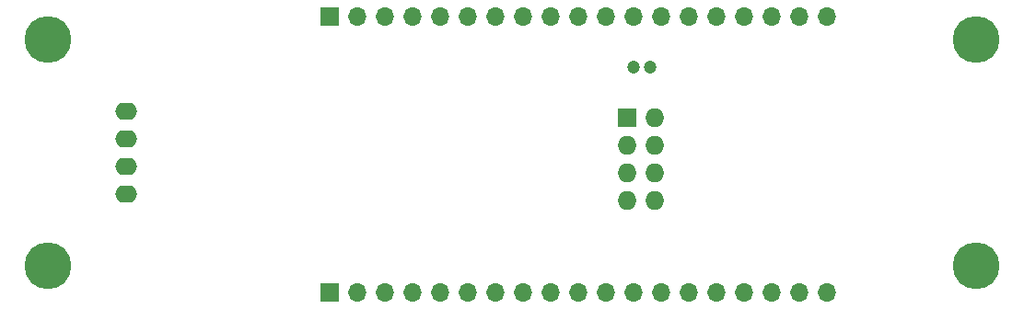
<source format=gbr>
%TF.GenerationSoftware,KiCad,Pcbnew,(6.0.10-0)*%
%TF.CreationDate,2023-02-16T19:20:24+01:00*%
%TF.ProjectId,openDTU_wDisplay,6f70656e-4454-4555-9f77-446973706c61,rev?*%
%TF.SameCoordinates,Original*%
%TF.FileFunction,Soldermask,Top*%
%TF.FilePolarity,Negative*%
%FSLAX46Y46*%
G04 Gerber Fmt 4.6, Leading zero omitted, Abs format (unit mm)*
G04 Created by KiCad (PCBNEW (6.0.10-0)) date 2023-02-16 19:20:24*
%MOMM*%
%LPD*%
G01*
G04 APERTURE LIST*
%ADD10R,1.727200X1.727200*%
%ADD11O,1.727200X1.727200*%
%ADD12C,1.200000*%
%ADD13C,4.300000*%
%ADD14O,2.000000X1.600000*%
%ADD15R,1.700000X1.700000*%
%ADD16O,1.700000X1.700000*%
G04 APERTURE END LIST*
D10*
%TO.C,NRF24L01+1*%
X148272500Y-81883000D03*
D11*
X150812500Y-81883000D03*
X148272500Y-84423000D03*
X150812500Y-84423000D03*
X148272500Y-86963000D03*
X150812500Y-86963000D03*
X148272500Y-89503000D03*
X150812500Y-89503000D03*
%TD*%
D12*
%TO.C,+ C1*%
X150368000Y-77216000D03*
X148868000Y-77216000D03*
%TD*%
D13*
%TO.C,REF\u002A\u002A*%
X180340000Y-74676000D03*
%TD*%
D14*
%TO.C,SSD1306*%
X102176000Y-88964000D03*
X102176000Y-86424000D03*
X102176000Y-83884000D03*
X102176000Y-81344000D03*
%TD*%
D13*
%TO.C,REF\u002A\u002A*%
X94996000Y-74676000D03*
%TD*%
%TO.C,REF\u002A\u002A*%
X180340000Y-95504000D03*
%TD*%
%TO.C,REF\u002A\u002A*%
X94996000Y-95504000D03*
%TD*%
D15*
%TO.C,ESP32NodeMCU1*%
X120914000Y-72591500D03*
D16*
X123454000Y-72591500D03*
X125994000Y-72591500D03*
X128534000Y-72591500D03*
X131074000Y-72591500D03*
X133614000Y-72591500D03*
X136154000Y-72591500D03*
X138694000Y-72591500D03*
X141234000Y-72591500D03*
X143774000Y-72591500D03*
X146314000Y-72591500D03*
X148854000Y-72591500D03*
X151394000Y-72591500D03*
X153934000Y-72591500D03*
X156474000Y-72591500D03*
X159014000Y-72591500D03*
X161554000Y-72591500D03*
X164094000Y-72591500D03*
X166634000Y-72591500D03*
X166634000Y-97991500D03*
X164094000Y-97991500D03*
X161554000Y-97991500D03*
X159014000Y-97991500D03*
X156474000Y-97991500D03*
X153934000Y-97991500D03*
X151394000Y-97991500D03*
X148854000Y-97991500D03*
X146314000Y-97991500D03*
X143774000Y-97991500D03*
X141234000Y-97991500D03*
X138694000Y-97991500D03*
X136154000Y-97991500D03*
X133614000Y-97991500D03*
X131074000Y-97991500D03*
X128534000Y-97991500D03*
X125994000Y-97991500D03*
X123454000Y-97991500D03*
D15*
X120914000Y-97991500D03*
%TD*%
M02*

</source>
